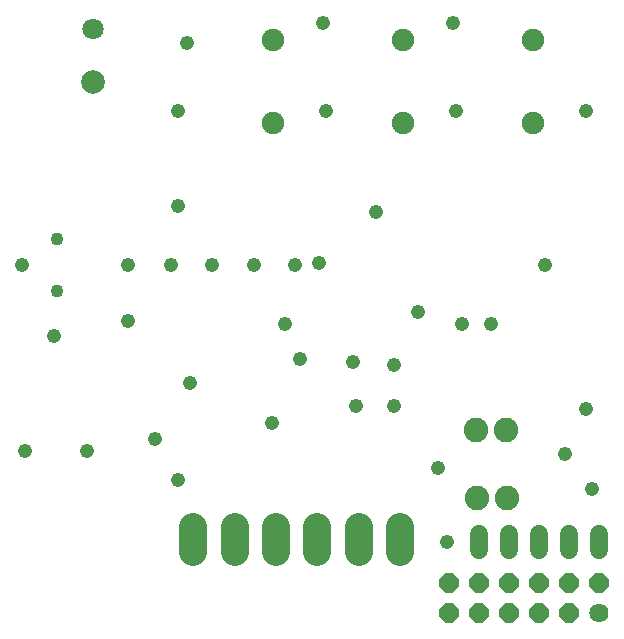
<source format=gbs>
G75*
%MOIN*%
%OFA0B0*%
%FSLAX24Y24*%
%IPPOS*%
%LPD*%
%AMOC8*
5,1,8,0,0,1.08239X$1,22.5*
%
%ADD10C,0.0820*%
%ADD11C,0.0600*%
%ADD12C,0.0434*%
%ADD13C,0.0749*%
%ADD14C,0.0640*%
%ADD15OC8,0.0640*%
%ADD16C,0.0920*%
%ADD17C,0.0710*%
%ADD18C,0.0789*%
%ADD19C,0.0476*%
D10*
X016543Y005463D03*
X017543Y005463D03*
X017528Y007727D03*
X016528Y007727D03*
D11*
X016610Y004247D02*
X016610Y003727D01*
X017610Y003727D02*
X017610Y004247D01*
X018610Y004247D02*
X018610Y003727D01*
X019610Y003727D02*
X019610Y004247D01*
X020610Y004247D02*
X020610Y003727D01*
D12*
X002547Y012373D03*
X002547Y014105D03*
D13*
X009752Y017963D03*
X009752Y020719D03*
X014083Y020719D03*
X014083Y017963D03*
X018413Y017963D03*
X018413Y020719D03*
D14*
X020618Y001617D03*
D15*
X020618Y002617D03*
X019618Y002617D03*
X018618Y002617D03*
X017618Y002617D03*
X016618Y002617D03*
X015618Y002617D03*
X015618Y001617D03*
X016618Y001617D03*
X017618Y001617D03*
X018618Y001617D03*
X019618Y001617D03*
D16*
X013984Y003665D02*
X013984Y004505D01*
X012606Y004505D02*
X012606Y003665D01*
X011228Y003665D02*
X011228Y004505D01*
X009850Y004505D02*
X009850Y003665D01*
X008472Y003665D02*
X008472Y004505D01*
X007094Y004505D02*
X007094Y003665D01*
D17*
X003748Y021113D03*
D18*
X003748Y019341D03*
D19*
X001484Y007038D03*
X003551Y007038D03*
X005815Y007432D03*
X006602Y006054D03*
X006996Y009302D03*
X004929Y011369D03*
X004929Y013239D03*
X006356Y013239D03*
X007734Y013239D03*
X009112Y013239D03*
X010490Y013239D03*
X011278Y013288D03*
X010146Y011270D03*
X010638Y010089D03*
X012409Y009991D03*
X013787Y009892D03*
X013787Y008514D03*
X012508Y008514D03*
X015264Y006447D03*
X015559Y003987D03*
X019496Y006940D03*
X020382Y005758D03*
X020185Y008416D03*
X017035Y011270D03*
X016051Y011270D03*
X014575Y011664D03*
X013197Y015010D03*
X011524Y018357D03*
X011425Y021310D03*
X015756Y021310D03*
X015854Y018357D03*
X020185Y018357D03*
X018807Y013239D03*
X009703Y007973D03*
X006602Y015207D03*
X006602Y018357D03*
X006898Y020621D03*
X001386Y013239D03*
X002469Y010877D03*
M02*

</source>
